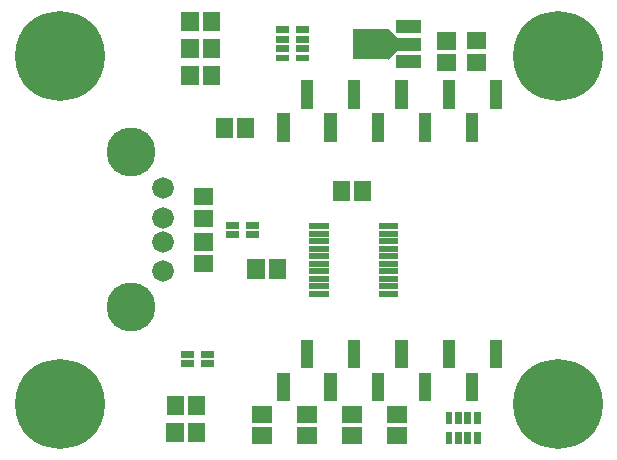
<source format=gbr>
G04 start of page 6 for group -4063 idx -4063 *
G04 Title: (unknown), componentmask *
G04 Creator: pcb 20140316 *
G04 CreationDate: Mon 29 Jan 2018 01:28:48 AM GMT UTC *
G04 For: railfan *
G04 Format: Gerber/RS-274X *
G04 PCB-Dimensions (mil): 2000.00 1500.00 *
G04 PCB-Coordinate-Origin: lower left *
%MOIN*%
%FSLAX25Y25*%
%LNTOPMASK*%
%ADD53C,0.0001*%
%ADD52R,0.1005X0.1005*%
%ADD51R,0.0438X0.0438*%
%ADD50R,0.0410X0.0410*%
%ADD49R,0.0190X0.0190*%
%ADD48R,0.0227X0.0227*%
%ADD47R,0.0572X0.0572*%
%ADD46C,0.0720*%
%ADD45C,0.1630*%
%ADD44C,0.2997*%
G54D44*X17000Y17000D03*
G54D45*X40700Y49200D03*
G54D46*X51400Y71100D03*
Y61300D03*
G54D44*X183000Y133000D03*
Y17000D03*
X17000Y133000D03*
G54D45*X40700Y100900D03*
G54D46*X51400Y79100D03*
Y88900D03*
G54D47*X64521Y79000D02*X65307D01*
X64521Y86086D02*X65307D01*
X64607Y71043D02*X65393D01*
X64607Y63957D02*X65393D01*
G54D48*X73717Y76575D02*X75587D01*
X73717Y73425D02*X75587D01*
X80413D02*X82283D01*
X80413Y76575D02*X82283D01*
G54D47*X82457Y62393D02*Y61607D01*
X89543Y62393D02*Y61607D01*
X110957Y88393D02*Y87607D01*
X118043Y88393D02*Y87607D01*
G54D49*X124311Y71250D02*X128917D01*
X101083D02*X105689D01*
X124311Y73750D02*X128917D01*
X124311Y76250D02*X128917D01*
X101083D02*X105689D01*
X101083Y73750D02*X105689D01*
X124311Y53750D02*X128917D01*
X124311Y56250D02*X128917D01*
X124311Y58750D02*X128917D01*
X124311Y61250D02*X128917D01*
X124311Y63750D02*X128917D01*
X124311Y66250D02*X128917D01*
X124311Y68750D02*X128917D01*
X101083D02*X105689D01*
X101083Y66250D02*X105689D01*
X101083Y63750D02*X105689D01*
X101083Y61250D02*X105689D01*
X101083Y58750D02*X105689D01*
X101083Y56250D02*X105689D01*
X101083Y53750D02*X105689D01*
G54D50*X162433Y36441D02*Y30929D01*
X146685Y36441D02*Y30929D01*
X130937Y36441D02*Y30929D01*
X123063Y25457D02*Y19945D01*
X138811Y25457D02*Y19945D01*
G54D47*X129107Y13543D02*X129893D01*
G54D50*X154559Y25457D02*Y19945D01*
G54D48*X156224Y13283D02*Y11413D01*
X153075Y13283D02*Y11413D01*
X149925Y13283D02*Y11413D01*
X146776Y6587D02*Y4717D01*
Y13283D02*Y11413D01*
X149925Y6587D02*Y4717D01*
X153075Y6587D02*Y4717D01*
X156224Y6587D02*Y4717D01*
G54D47*X129107Y6457D02*X129893D01*
G54D50*X115189Y36441D02*Y30929D01*
X99441Y36441D02*Y30929D01*
G54D47*X55500Y16893D02*Y16107D01*
G54D48*X65413Y30425D02*X67283D01*
X65413Y33575D02*X67283D01*
X58717D02*X60587D01*
X58717Y30425D02*X60587D01*
G54D47*X55457Y7893D02*Y7107D01*
X62543Y7893D02*Y7107D01*
X62586Y16893D02*Y16107D01*
G54D50*X91567Y25457D02*Y19945D01*
X107315Y25457D02*Y19945D01*
G54D47*X114107Y13543D02*X114893D01*
X114107Y6457D02*X114893D01*
X99107Y13543D02*X99893D01*
X99107Y6457D02*X99893D01*
X84107Y13543D02*X84893D01*
X84107Y6457D02*X84893D01*
X155521Y138086D02*X156307D01*
X155521Y131000D02*X156307D01*
X145607Y138043D02*X146393D01*
X145607Y130957D02*X146393D01*
G54D51*X131311Y131094D02*X135405D01*
X123595Y137000D02*X135405D01*
G54D52*X119971D02*X121861D01*
G54D53*G36*
X124742Y133695D02*X128006Y136959D01*
X129850Y135115D01*
X126586Y131851D01*
X124742Y133695D01*
G37*
G54D50*X130937Y123055D02*Y117543D01*
X115189Y123055D02*Y117543D01*
X123063Y112071D02*Y106559D01*
X138811Y112071D02*Y106559D01*
G54D53*G36*
X126586Y142149D02*X129850Y138885D01*
X128006Y137041D01*
X124742Y140305D01*
X126586Y142149D01*
G37*
G54D51*X131311Y142906D02*X135405D01*
G54D50*X162433Y123055D02*Y117543D01*
X146685Y123055D02*Y117543D01*
X154559Y112071D02*Y106559D01*
G54D47*X71957Y109393D02*Y108607D01*
X79043Y109393D02*Y108607D01*
G54D50*X91567Y112071D02*Y106559D01*
X107315Y112071D02*Y106559D01*
G54D48*X90369Y141799D02*X92239D01*
X90369Y138650D02*X92239D01*
X90369Y135500D02*X92239D01*
X90369Y132351D02*X92239D01*
X97065D02*X98935D01*
X97065Y135500D02*X98935D01*
X97065Y138650D02*X98935D01*
X97065Y141799D02*X98935D01*
G54D50*X99441Y123055D02*Y117543D01*
G54D47*X60457Y135893D02*Y135107D01*
Y126893D02*Y126107D01*
Y144893D02*Y144107D01*
X67543Y135893D02*Y135107D01*
Y126893D02*Y126107D01*
Y144893D02*Y144107D01*
M02*

</source>
